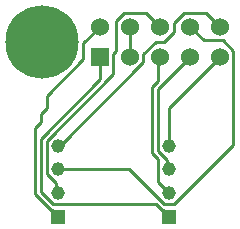
<source format=gtl>
G04*
G04 #@! TF.GenerationSoftware,Altium Limited,Altium Designer,24.7.2 (38)*
G04*
G04 Layer_Physical_Order=1*
G04 Layer_Color=255*
%FSLAX25Y25*%
%MOIN*%
G70*
G04*
G04 #@! TF.SameCoordinates,316F918C-615F-49C5-A864-845732F47779*
G04*
G04*
G04 #@! TF.FilePolarity,Positive*
G04*
G01*
G75*
%ADD18C,0.01000*%
%ADD19C,0.06000*%
%ADD20R,0.06000X0.06000*%
%ADD21C,0.24410*%
%ADD22R,0.04528X0.04528*%
%ADD23C,0.04528*%
D18*
X147500Y174000D02*
Y184000D01*
X153000Y188500D02*
X157500Y184000D01*
X143000Y175864D02*
Y185864D01*
X145636Y188500D02*
X153000D01*
X143000Y185864D02*
X145636Y188500D01*
X142000Y174864D02*
X143000Y175864D01*
X147500Y174000D02*
X148000Y173500D01*
X160500Y157000D02*
X177500Y174000D01*
X160500Y144311D02*
Y157000D01*
X154736Y164065D02*
X156736Y166065D01*
X154736Y141924D02*
X156736Y139924D01*
Y163236D02*
X167500Y174000D01*
X156736Y142752D02*
Y163236D01*
Y142752D02*
X159825Y139663D01*
X154736Y141924D02*
Y164065D01*
X156736Y166065D02*
Y173236D01*
X159825Y137112D02*
X160500Y136437D01*
X159825Y137112D02*
Y139663D01*
X156736Y132327D02*
Y139924D01*
Y173236D02*
X157500Y174000D01*
X167500Y184000D02*
X172046Y179454D01*
X178410D01*
X182000Y175864D01*
Y144740D02*
Y175864D01*
X162059Y124799D02*
X182000Y144740D01*
X158941Y124799D02*
X162059D01*
X123500Y136437D02*
X147303D01*
X158941Y124799D01*
X158113Y122799D02*
X158390D01*
X160500Y120689D01*
X121941Y124799D02*
X156113D01*
X158113Y122799D01*
X117736Y129004D02*
X121941Y124799D01*
X115736Y128176D02*
Y150355D01*
X117736Y146698D02*
X137500Y166462D01*
Y174000D01*
X117736Y152355D02*
Y155065D01*
Y129004D02*
Y146698D01*
X121113Y122799D02*
X121390D01*
X115736Y150355D02*
X117736Y152355D01*
X115736Y128176D02*
X121113Y122799D01*
X121390D02*
X123500Y120689D01*
X119736Y134878D02*
Y145870D01*
X142000Y168134D01*
X124175Y144311D02*
X152000Y172136D01*
X123500Y144311D02*
X124175D01*
X142000Y168134D02*
Y174864D01*
X119736Y134878D02*
X122825Y131789D01*
X152000Y174864D02*
X156136Y179000D01*
X152000Y172136D02*
Y174864D01*
X158864Y179000D02*
X162250Y182386D01*
X156136Y179000D02*
X158864D01*
X162250Y182386D02*
Y185114D01*
X165636Y188500D01*
X156736Y132327D02*
X160500Y128563D01*
X165636Y188500D02*
X173000D01*
X177500Y184000D01*
X117736Y155065D02*
X119736Y157065D01*
X122825Y129238D02*
Y131789D01*
Y129238D02*
X123500Y128563D01*
X119736Y157065D02*
Y161028D01*
X132032Y173323D01*
Y178532D02*
X137500Y184000D01*
X132032Y173323D02*
Y178532D01*
D19*
X177500Y184000D02*
D03*
X167500D02*
D03*
X157500D02*
D03*
X147500D02*
D03*
X137500D02*
D03*
X177500Y174000D02*
D03*
X167500D02*
D03*
X157500D02*
D03*
X147500D02*
D03*
D20*
X137500D02*
D03*
D21*
X118327Y179000D02*
D03*
D22*
X160500Y120689D02*
D03*
X123500D02*
D03*
D23*
X160500Y128563D02*
D03*
Y136437D02*
D03*
Y144311D02*
D03*
X123500Y128563D02*
D03*
Y136437D02*
D03*
Y144311D02*
D03*
M02*

</source>
